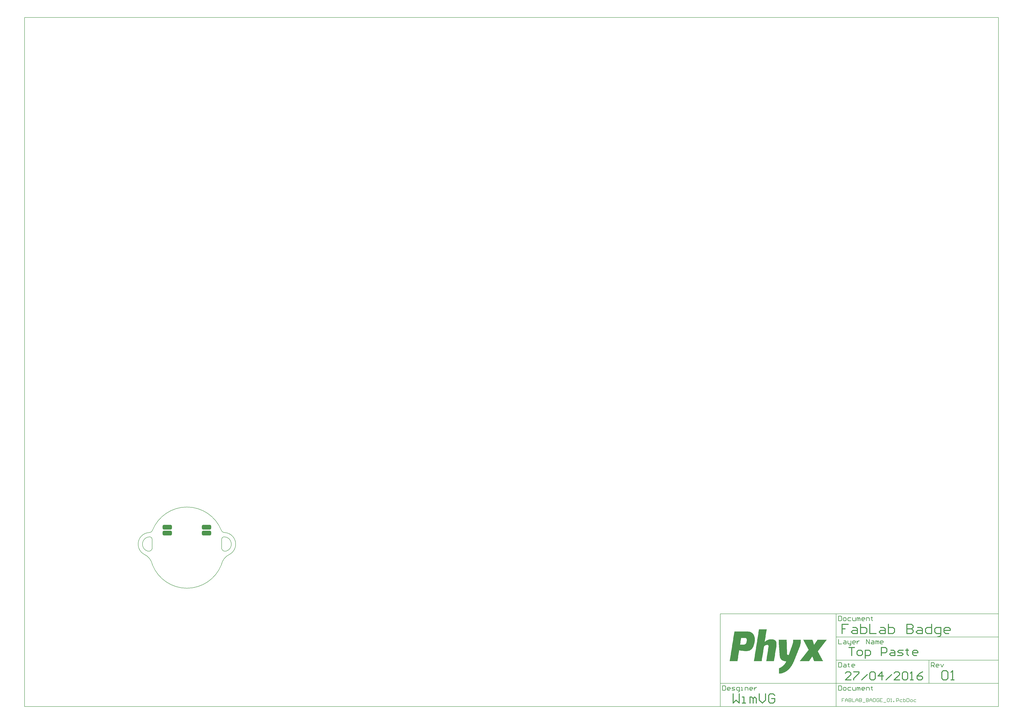
<source format=gtp>
G04 Layer_Color=8421504*
%FSLAX25Y25*%
%MOIN*%
G70*
G01*
G75*
G04:AMPARAMS|DCode=10|XSize=78.74mil|YSize=157.48mil|CornerRadius=19.69mil|HoleSize=0mil|Usage=FLASHONLY|Rotation=90.000|XOffset=0mil|YOffset=0mil|HoleType=Round|Shape=RoundedRectangle|*
%AMROUNDEDRECTD10*
21,1,0.07874,0.11811,0,0,90.0*
21,1,0.03937,0.15748,0,0,90.0*
1,1,0.03937,0.05906,0.01969*
1,1,0.03937,0.05906,-0.01969*
1,1,0.03937,-0.05906,-0.01969*
1,1,0.03937,-0.05906,0.01969*
%
%ADD10ROUNDEDRECTD10*%
%ADD12C,0.01575*%
%ADD13C,0.00787*%
%ADD14C,0.00984*%
G36*
X1042339Y-162457D02*
Y-162743D01*
Y-163030D01*
Y-163316D01*
Y-163602D01*
Y-163889D01*
Y-164175D01*
Y-164461D01*
Y-164748D01*
Y-165034D01*
Y-165320D01*
Y-165607D01*
Y-165893D01*
Y-166179D01*
Y-166466D01*
Y-166752D01*
Y-167038D01*
Y-167324D01*
Y-167611D01*
Y-167897D01*
Y-168183D01*
X1042053D01*
Y-168470D01*
Y-168756D01*
Y-169042D01*
Y-169329D01*
Y-169615D01*
X1041767D01*
Y-169901D01*
Y-170188D01*
Y-170474D01*
Y-170760D01*
X1041481D01*
Y-171047D01*
Y-171333D01*
Y-171619D01*
Y-171906D01*
X1041194D01*
Y-172192D01*
Y-172478D01*
Y-172764D01*
X1040908D01*
Y-173051D01*
Y-173337D01*
Y-173623D01*
X1040622D01*
Y-173910D01*
Y-174196D01*
Y-174482D01*
X1040335D01*
Y-174769D01*
Y-175055D01*
Y-175341D01*
X1040049D01*
Y-175628D01*
Y-175914D01*
X1039763D01*
Y-176200D01*
Y-176487D01*
X1039476D01*
Y-176773D01*
Y-177059D01*
Y-177345D01*
X1039190D01*
Y-177632D01*
Y-177918D01*
X1038904D01*
Y-178204D01*
Y-178491D01*
Y-178777D01*
X1038617D01*
Y-179063D01*
Y-179350D01*
X1038331D01*
Y-179636D01*
Y-179922D01*
Y-180209D01*
X1038045D01*
Y-180495D01*
Y-180781D01*
X1037758D01*
Y-181068D01*
Y-181354D01*
Y-181640D01*
X1037472D01*
Y-181926D01*
Y-182213D01*
X1037186D01*
Y-182499D01*
Y-182785D01*
Y-183072D01*
X1036899D01*
Y-183358D01*
Y-183644D01*
X1036613D01*
Y-183931D01*
Y-184217D01*
Y-184503D01*
X1036327D01*
Y-184790D01*
Y-185076D01*
X1036041D01*
Y-185362D01*
Y-185649D01*
Y-185935D01*
X1035754D01*
Y-186221D01*
Y-186507D01*
X1035468D01*
Y-186794D01*
Y-187080D01*
Y-187366D01*
X1035182D01*
Y-187653D01*
Y-187939D01*
X1034895D01*
Y-188225D01*
Y-188512D01*
Y-188798D01*
X1034609D01*
Y-189084D01*
Y-189371D01*
X1034323D01*
Y-189657D01*
Y-189943D01*
Y-190229D01*
X1034036D01*
Y-190516D01*
Y-190802D01*
X1033750D01*
Y-191088D01*
Y-191375D01*
Y-191661D01*
X1033464D01*
Y-191947D01*
Y-192234D01*
X1033177D01*
Y-192520D01*
Y-192806D01*
Y-193093D01*
X1032891D01*
Y-193379D01*
Y-193665D01*
X1032605D01*
Y-193952D01*
Y-194238D01*
Y-194524D01*
X1032318D01*
Y-194810D01*
Y-195097D01*
X1032032D01*
Y-195383D01*
Y-195669D01*
Y-195956D01*
X1031746D01*
Y-196242D01*
Y-196528D01*
X1031460D01*
Y-196815D01*
Y-197101D01*
Y-197387D01*
X1031173D01*
Y-197674D01*
Y-197960D01*
X1030887D01*
Y-198246D01*
Y-198533D01*
Y-198819D01*
X1030601D01*
Y-199105D01*
Y-199391D01*
X1030314D01*
Y-199678D01*
Y-199964D01*
X1030028D01*
Y-200251D01*
Y-200537D01*
X1029742D01*
Y-200823D01*
Y-201109D01*
Y-201396D01*
X1029455D01*
Y-201682D01*
X1029169D01*
Y-201968D01*
Y-202255D01*
Y-202541D01*
X1028883D01*
Y-202827D01*
X1028596D01*
Y-203114D01*
Y-203400D01*
X1028310D01*
Y-203686D01*
Y-203973D01*
X1028024D01*
Y-204259D01*
Y-204545D01*
X1027738D01*
Y-204832D01*
Y-205118D01*
X1027451D01*
Y-205404D01*
X1027165D01*
Y-205690D01*
Y-205977D01*
X1026879D01*
Y-206263D01*
Y-206549D01*
X1026592D01*
Y-206836D01*
X1026306D01*
Y-207122D01*
X1026020D01*
Y-207408D01*
Y-207695D01*
X1025733D01*
Y-207981D01*
X1025447D01*
Y-208267D01*
Y-208554D01*
X1025161D01*
Y-208840D01*
X1024874D01*
Y-209126D01*
X1024588D01*
Y-209413D01*
Y-209699D01*
X1024302D01*
Y-209985D01*
X1024015D01*
Y-210271D01*
X1023729D01*
Y-210558D01*
X1023443D01*
Y-210844D01*
X1023157D01*
Y-211130D01*
Y-211417D01*
X1022870D01*
Y-211703D01*
X1022584D01*
Y-211989D01*
X1022297D01*
Y-212276D01*
X1022011D01*
Y-212562D01*
X1021725D01*
Y-212848D01*
X1021439D01*
Y-213135D01*
X1021152D01*
Y-213421D01*
X1020580D01*
Y-213707D01*
X1020293D01*
Y-213994D01*
X1020007D01*
Y-214280D01*
X1019721D01*
Y-214566D01*
X1019434D01*
Y-214852D01*
X1018862D01*
Y-215139D01*
X1018575D01*
Y-215425D01*
X1018003D01*
Y-215711D01*
X1017717D01*
Y-215998D01*
X1017144D01*
Y-216284D01*
X1016858D01*
Y-216570D01*
X1016285D01*
Y-216857D01*
X1015712D01*
Y-217143D01*
X1015140D01*
Y-217429D01*
X1014567D01*
Y-217716D01*
X1013995D01*
Y-218002D01*
X1013136D01*
Y-218288D01*
X1012563D01*
Y-218575D01*
X1011704D01*
Y-218861D01*
X1010559D01*
Y-219147D01*
X1009414D01*
Y-219433D01*
X1007696D01*
Y-219720D01*
X1005691D01*
Y-220006D01*
X1005405D01*
Y-219720D01*
Y-219433D01*
Y-219147D01*
Y-218861D01*
Y-218575D01*
Y-218288D01*
Y-218002D01*
Y-217716D01*
Y-217429D01*
Y-217143D01*
Y-216857D01*
Y-216570D01*
Y-216284D01*
Y-215998D01*
Y-215711D01*
Y-215425D01*
Y-215139D01*
Y-214852D01*
Y-214566D01*
Y-214280D01*
Y-213994D01*
Y-213707D01*
Y-213421D01*
Y-213135D01*
Y-212848D01*
Y-212562D01*
Y-212276D01*
Y-211989D01*
Y-211703D01*
Y-211417D01*
Y-211130D01*
Y-210844D01*
Y-210558D01*
X1005978D01*
Y-210271D01*
X1006550D01*
Y-209985D01*
X1007123D01*
Y-209699D01*
X1007696D01*
Y-209413D01*
X1008268D01*
Y-209126D01*
X1008841D01*
Y-208840D01*
X1009127D01*
Y-208554D01*
X1009700D01*
Y-208267D01*
X1009986D01*
Y-207981D01*
X1010559D01*
Y-207695D01*
X1010845D01*
Y-207408D01*
X1011131D01*
Y-207122D01*
X1011704D01*
Y-206836D01*
X1011990D01*
Y-206549D01*
X1012277D01*
Y-206263D01*
X1012563D01*
Y-205977D01*
X1012849D01*
Y-205690D01*
X1013136D01*
Y-205404D01*
X1013422D01*
Y-205118D01*
X1013708D01*
Y-204832D01*
X1013995D01*
Y-204545D01*
X1014281D01*
Y-204259D01*
X1014567D01*
Y-203973D01*
X1014853D01*
Y-203686D01*
Y-203400D01*
X1015140D01*
Y-203114D01*
X1015426D01*
Y-202827D01*
X1015712D01*
Y-202541D01*
Y-202255D01*
X1015999D01*
Y-201968D01*
X1016285D01*
Y-201682D01*
Y-201396D01*
X1016571D01*
Y-201109D01*
Y-200823D01*
X1016858D01*
Y-200537D01*
X1017144D01*
Y-200251D01*
Y-199964D01*
X1017430D01*
Y-199678D01*
Y-199391D01*
X1017717D01*
Y-199105D01*
Y-198819D01*
X1015999D01*
Y-198533D01*
X1013995D01*
Y-198246D01*
X1012849D01*
Y-197960D01*
X1012277D01*
Y-197674D01*
X1011418D01*
Y-197387D01*
X1010845D01*
Y-197101D01*
X1010559D01*
Y-196815D01*
X1009986D01*
Y-196528D01*
X1009700D01*
Y-196242D01*
X1009414D01*
Y-195956D01*
X1009127D01*
Y-195669D01*
X1008841D01*
Y-195383D01*
X1008554D01*
Y-195097D01*
Y-194810D01*
X1008268D01*
Y-194524D01*
X1007982D01*
Y-194238D01*
Y-193952D01*
X1007696D01*
Y-193665D01*
Y-193379D01*
X1007409D01*
Y-193093D01*
Y-192806D01*
X1007123D01*
Y-192520D01*
Y-192234D01*
Y-191947D01*
X1006837D01*
Y-191661D01*
Y-191375D01*
Y-191088D01*
Y-190802D01*
X1006550D01*
Y-190516D01*
Y-190229D01*
Y-189943D01*
Y-189657D01*
Y-189371D01*
Y-189084D01*
Y-188798D01*
X1006264D01*
Y-188512D01*
Y-188225D01*
Y-187939D01*
Y-187653D01*
Y-187366D01*
Y-187080D01*
Y-186794D01*
Y-186507D01*
Y-186221D01*
Y-185935D01*
Y-185649D01*
Y-185362D01*
Y-185076D01*
Y-184790D01*
Y-184503D01*
X1005978D01*
Y-184217D01*
Y-183931D01*
Y-183644D01*
Y-183358D01*
Y-183072D01*
Y-182785D01*
Y-182499D01*
Y-182213D01*
Y-181926D01*
Y-181640D01*
Y-181354D01*
Y-181068D01*
Y-180781D01*
Y-180495D01*
Y-180209D01*
X1005691D01*
Y-179922D01*
Y-179636D01*
Y-179350D01*
Y-179063D01*
Y-178777D01*
Y-178491D01*
Y-178204D01*
Y-177918D01*
Y-177632D01*
Y-177345D01*
Y-177059D01*
Y-176773D01*
Y-176487D01*
Y-176200D01*
Y-175914D01*
Y-175628D01*
X1005405D01*
Y-175341D01*
Y-175055D01*
Y-174769D01*
Y-174482D01*
Y-174196D01*
Y-173910D01*
Y-173623D01*
Y-173337D01*
Y-173051D01*
Y-172764D01*
Y-172478D01*
Y-172192D01*
Y-171906D01*
Y-171619D01*
Y-171333D01*
Y-171047D01*
X1005119D01*
Y-170760D01*
Y-170474D01*
Y-170188D01*
Y-169901D01*
Y-169615D01*
Y-169329D01*
Y-169042D01*
Y-168756D01*
Y-168470D01*
Y-168183D01*
Y-167897D01*
Y-167611D01*
Y-167324D01*
Y-167038D01*
X1004832D01*
Y-166752D01*
Y-166466D01*
Y-166179D01*
Y-165893D01*
Y-165607D01*
Y-165320D01*
Y-165034D01*
Y-164748D01*
Y-164461D01*
Y-164175D01*
Y-163889D01*
Y-163602D01*
Y-163316D01*
Y-163030D01*
Y-162743D01*
Y-162457D01*
X1004546D01*
Y-162171D01*
X1018289D01*
Y-162457D01*
Y-162743D01*
Y-163030D01*
Y-163316D01*
Y-163602D01*
Y-163889D01*
Y-164175D01*
Y-164461D01*
Y-164748D01*
Y-165034D01*
Y-165320D01*
Y-165607D01*
Y-165893D01*
Y-166179D01*
X1018575D01*
Y-166466D01*
Y-166752D01*
Y-167038D01*
Y-167324D01*
Y-167611D01*
Y-167897D01*
Y-168183D01*
Y-168470D01*
Y-168756D01*
Y-169042D01*
Y-169329D01*
Y-169615D01*
Y-169901D01*
Y-170188D01*
Y-170474D01*
Y-170760D01*
Y-171047D01*
Y-171333D01*
Y-171619D01*
Y-171906D01*
Y-172192D01*
Y-172478D01*
Y-172764D01*
Y-173051D01*
Y-173337D01*
Y-173623D01*
Y-173910D01*
Y-174196D01*
Y-174482D01*
Y-174769D01*
Y-175055D01*
Y-175341D01*
Y-175628D01*
Y-175914D01*
Y-176200D01*
Y-176487D01*
Y-176773D01*
Y-177059D01*
Y-177345D01*
Y-177632D01*
Y-177918D01*
X1018862D01*
Y-178204D01*
X1018575D01*
Y-178491D01*
Y-178777D01*
X1018862D01*
Y-179063D01*
Y-179350D01*
Y-179636D01*
Y-179922D01*
Y-180209D01*
Y-180495D01*
Y-180781D01*
Y-181068D01*
Y-181354D01*
Y-181640D01*
Y-181926D01*
Y-182213D01*
Y-182499D01*
Y-182785D01*
Y-183072D01*
Y-183358D01*
Y-183644D01*
Y-183931D01*
Y-184217D01*
Y-184503D01*
Y-184790D01*
Y-185076D01*
Y-185362D01*
Y-185649D01*
Y-185935D01*
Y-186221D01*
X1019148D01*
Y-186507D01*
Y-186794D01*
Y-187080D01*
X1019434D01*
Y-187366D01*
X1019721D01*
Y-187653D01*
X1020007D01*
Y-187939D01*
X1020866D01*
Y-188225D01*
X1021725D01*
Y-187939D01*
X1022011D01*
Y-187653D01*
Y-187366D01*
Y-187080D01*
X1022297D01*
Y-186794D01*
Y-186507D01*
X1022584D01*
Y-186221D01*
Y-185935D01*
Y-185649D01*
X1022870D01*
Y-185362D01*
Y-185076D01*
Y-184790D01*
X1023157D01*
Y-184503D01*
Y-184217D01*
Y-183931D01*
X1023443D01*
Y-183644D01*
Y-183358D01*
Y-183072D01*
X1023729D01*
Y-182785D01*
Y-182499D01*
X1024015D01*
Y-182213D01*
Y-181926D01*
Y-181640D01*
X1024302D01*
Y-181354D01*
Y-181068D01*
Y-180781D01*
X1024588D01*
Y-180495D01*
Y-180209D01*
Y-179922D01*
X1024874D01*
Y-179636D01*
Y-179350D01*
X1025161D01*
Y-179063D01*
Y-178777D01*
Y-178491D01*
X1025447D01*
Y-178204D01*
Y-177918D01*
Y-177632D01*
X1025733D01*
Y-177345D01*
Y-177059D01*
Y-176773D01*
X1026020D01*
Y-176487D01*
Y-176200D01*
X1026306D01*
Y-175914D01*
Y-175628D01*
Y-175341D01*
X1026592D01*
Y-175055D01*
Y-174769D01*
Y-174482D01*
X1026879D01*
Y-174196D01*
Y-173910D01*
Y-173623D01*
X1027165D01*
Y-173337D01*
Y-173051D01*
X1027451D01*
Y-172764D01*
Y-172478D01*
Y-172192D01*
X1027738D01*
Y-171906D01*
Y-171619D01*
Y-171333D01*
X1028024D01*
Y-171047D01*
Y-170760D01*
Y-170474D01*
X1028310D01*
Y-170188D01*
Y-169901D01*
Y-169615D01*
Y-169329D01*
X1028596D01*
Y-169042D01*
Y-168756D01*
Y-168470D01*
Y-168183D01*
X1028883D01*
Y-167897D01*
Y-167611D01*
Y-167324D01*
Y-167038D01*
Y-166752D01*
X1029169D01*
Y-166466D01*
Y-166179D01*
Y-165893D01*
Y-165607D01*
Y-165320D01*
Y-165034D01*
X1029455D01*
Y-164748D01*
Y-164461D01*
Y-164175D01*
Y-163889D01*
Y-163602D01*
Y-163316D01*
Y-163030D01*
Y-162743D01*
Y-162457D01*
Y-162171D01*
X1042339D01*
Y-162457D01*
D02*
G37*
G36*
X984504Y-144992D02*
Y-145278D01*
X984218D01*
Y-145565D01*
Y-145851D01*
Y-146137D01*
Y-146424D01*
Y-146710D01*
Y-146996D01*
X983932D01*
Y-147283D01*
Y-147569D01*
Y-147855D01*
Y-148142D01*
Y-148428D01*
Y-148714D01*
X983645D01*
Y-149001D01*
Y-149287D01*
Y-149573D01*
Y-149859D01*
Y-150146D01*
Y-150432D01*
Y-150718D01*
X983359D01*
Y-151005D01*
Y-151291D01*
Y-151577D01*
Y-151864D01*
Y-152150D01*
Y-152436D01*
X983073D01*
Y-152723D01*
Y-153009D01*
Y-153295D01*
Y-153582D01*
Y-153868D01*
Y-154154D01*
X982786D01*
Y-154440D01*
Y-154727D01*
Y-155013D01*
Y-155299D01*
Y-155586D01*
Y-155872D01*
Y-156158D01*
X982500D01*
Y-156445D01*
Y-156731D01*
Y-157017D01*
Y-157304D01*
Y-157590D01*
Y-157876D01*
X982214D01*
Y-158162D01*
Y-158449D01*
Y-158735D01*
Y-159021D01*
Y-159308D01*
Y-159594D01*
X981927D01*
Y-159880D01*
Y-160167D01*
Y-160453D01*
Y-160739D01*
Y-161026D01*
Y-161312D01*
X981641D01*
Y-161598D01*
Y-161884D01*
Y-162171D01*
Y-162457D01*
Y-162743D01*
Y-163030D01*
Y-163316D01*
X981355D01*
Y-163602D01*
Y-163889D01*
Y-164175D01*
Y-164461D01*
Y-164748D01*
Y-165034D01*
X981069D01*
Y-165320D01*
Y-165607D01*
X981641D01*
Y-165320D01*
X981927D01*
Y-165034D01*
X982214D01*
Y-164748D01*
X982786D01*
Y-164461D01*
X983073D01*
Y-164175D01*
X983359D01*
Y-163889D01*
X983932D01*
Y-163602D01*
X984504D01*
Y-163316D01*
X984791D01*
Y-163030D01*
X985363D01*
Y-162743D01*
X986222D01*
Y-162457D01*
X986795D01*
Y-162171D01*
X987654D01*
Y-161884D01*
X989085D01*
Y-161598D01*
X995384D01*
Y-161884D01*
X996529D01*
Y-162171D01*
X997388D01*
Y-162457D01*
X997961D01*
Y-162743D01*
X998247D01*
Y-163030D01*
X998820D01*
Y-163316D01*
X999106D01*
Y-163602D01*
X999393D01*
Y-163889D01*
X999679D01*
Y-164175D01*
X999965D01*
Y-164461D01*
Y-164748D01*
X1000251D01*
Y-165034D01*
Y-165320D01*
X1000538D01*
Y-165607D01*
Y-165893D01*
Y-166179D01*
X1000824D01*
Y-166466D01*
Y-166752D01*
Y-167038D01*
Y-167324D01*
X1001110D01*
Y-167611D01*
Y-167897D01*
Y-168183D01*
Y-168470D01*
Y-168756D01*
Y-169042D01*
Y-169329D01*
Y-169615D01*
Y-169901D01*
Y-170188D01*
Y-170474D01*
Y-170760D01*
Y-171047D01*
Y-171333D01*
Y-171619D01*
Y-171906D01*
Y-172192D01*
Y-172478D01*
X1000824D01*
Y-172764D01*
Y-173051D01*
Y-173337D01*
Y-173623D01*
Y-173910D01*
Y-174196D01*
Y-174482D01*
X1000538D01*
Y-174769D01*
Y-175055D01*
Y-175341D01*
Y-175628D01*
Y-175914D01*
Y-176200D01*
Y-176487D01*
X1000251D01*
Y-176773D01*
Y-177059D01*
Y-177345D01*
Y-177632D01*
Y-177918D01*
Y-178204D01*
X999965D01*
Y-178491D01*
Y-178777D01*
Y-179063D01*
Y-179350D01*
Y-179636D01*
Y-179922D01*
X999679D01*
Y-180209D01*
Y-180495D01*
Y-180781D01*
Y-181068D01*
Y-181354D01*
Y-181640D01*
X999393D01*
Y-181926D01*
Y-182213D01*
Y-182499D01*
Y-182785D01*
Y-183072D01*
Y-183358D01*
Y-183644D01*
X999106D01*
Y-183931D01*
Y-184217D01*
Y-184503D01*
Y-184790D01*
Y-185076D01*
Y-185362D01*
X998820D01*
Y-185649D01*
Y-185935D01*
Y-186221D01*
Y-186507D01*
Y-186794D01*
Y-187080D01*
X998534D01*
Y-187366D01*
Y-187653D01*
Y-187939D01*
Y-188225D01*
Y-188512D01*
Y-188798D01*
Y-189084D01*
X998247D01*
Y-189371D01*
Y-189657D01*
Y-189943D01*
Y-190229D01*
Y-190516D01*
Y-190802D01*
X997961D01*
Y-191088D01*
Y-191375D01*
Y-191661D01*
Y-191947D01*
Y-192234D01*
Y-192520D01*
X997675D01*
Y-192806D01*
Y-193093D01*
Y-193379D01*
Y-193665D01*
Y-193952D01*
Y-194238D01*
X997388D01*
Y-194524D01*
Y-194810D01*
Y-195097D01*
Y-195383D01*
Y-195669D01*
Y-195956D01*
Y-196242D01*
X997102D01*
Y-196528D01*
Y-196815D01*
Y-197101D01*
Y-197387D01*
Y-197674D01*
Y-197960D01*
X996816D01*
Y-198246D01*
Y-198533D01*
X983645D01*
Y-198246D01*
Y-197960D01*
X983932D01*
Y-197674D01*
Y-197387D01*
Y-197101D01*
Y-196815D01*
Y-196528D01*
Y-196242D01*
X984218D01*
Y-195956D01*
Y-195669D01*
Y-195383D01*
Y-195097D01*
Y-194810D01*
Y-194524D01*
Y-194238D01*
X984504D01*
Y-193952D01*
Y-193665D01*
Y-193379D01*
Y-193093D01*
Y-192806D01*
Y-192520D01*
X984791D01*
Y-192234D01*
Y-191947D01*
Y-191661D01*
Y-191375D01*
Y-191088D01*
Y-190802D01*
X985077D01*
Y-190516D01*
Y-190229D01*
Y-189943D01*
Y-189657D01*
Y-189371D01*
Y-189084D01*
Y-188798D01*
X985363D01*
Y-188512D01*
Y-188225D01*
Y-187939D01*
Y-187653D01*
Y-187366D01*
Y-187080D01*
X985649D01*
Y-186794D01*
Y-186507D01*
Y-186221D01*
Y-185935D01*
Y-185649D01*
Y-185362D01*
Y-185076D01*
X985936D01*
Y-184790D01*
Y-184503D01*
Y-184217D01*
Y-183931D01*
Y-183644D01*
Y-183358D01*
X986222D01*
Y-183072D01*
Y-182785D01*
Y-182499D01*
Y-182213D01*
Y-181926D01*
Y-181640D01*
X986508D01*
Y-181354D01*
Y-181068D01*
Y-180781D01*
Y-180495D01*
Y-180209D01*
Y-179922D01*
X986795D01*
Y-179636D01*
Y-179350D01*
Y-179063D01*
Y-178777D01*
Y-178491D01*
Y-178204D01*
Y-177918D01*
X987081D01*
Y-177632D01*
Y-177345D01*
Y-177059D01*
Y-176773D01*
Y-176487D01*
Y-176200D01*
X987367D01*
Y-175914D01*
Y-175628D01*
Y-175341D01*
Y-175055D01*
Y-174769D01*
Y-174482D01*
Y-174196D01*
X987654D01*
Y-173910D01*
Y-173623D01*
Y-173337D01*
Y-173051D01*
Y-172764D01*
Y-172478D01*
X987367D01*
Y-172192D01*
Y-171906D01*
X987081D01*
Y-171619D01*
X986795D01*
Y-171333D01*
X986222D01*
Y-171047D01*
X984504D01*
Y-171333D01*
X983073D01*
Y-171619D01*
X982214D01*
Y-171906D01*
X981641D01*
Y-172192D01*
X981355D01*
Y-172478D01*
X980782D01*
Y-172764D01*
X980496D01*
Y-173051D01*
X980210D01*
Y-173337D01*
Y-173623D01*
X979923D01*
Y-173910D01*
Y-174196D01*
Y-174482D01*
X979637D01*
Y-174769D01*
Y-175055D01*
Y-175341D01*
Y-175628D01*
Y-175914D01*
Y-176200D01*
X979351D01*
Y-176487D01*
Y-176773D01*
Y-177059D01*
Y-177345D01*
Y-177632D01*
Y-177918D01*
Y-178204D01*
X979064D01*
Y-178491D01*
Y-178777D01*
Y-179063D01*
Y-179350D01*
Y-179636D01*
Y-179922D01*
X978778D01*
Y-180209D01*
Y-180495D01*
Y-180781D01*
Y-181068D01*
Y-181354D01*
Y-181640D01*
X978492D01*
Y-181926D01*
Y-182213D01*
Y-182499D01*
Y-182785D01*
Y-183072D01*
Y-183358D01*
X978205D01*
Y-183644D01*
Y-183931D01*
Y-184217D01*
Y-184503D01*
Y-184790D01*
Y-185076D01*
Y-185362D01*
X977919D01*
Y-185649D01*
Y-185935D01*
Y-186221D01*
Y-186507D01*
Y-186794D01*
Y-187080D01*
X977633D01*
Y-187366D01*
Y-187653D01*
Y-187939D01*
Y-188225D01*
Y-188512D01*
Y-188798D01*
X977346D01*
Y-189084D01*
Y-189371D01*
Y-189657D01*
Y-189943D01*
Y-190229D01*
Y-190516D01*
Y-190802D01*
X977060D01*
Y-191088D01*
Y-191375D01*
Y-191661D01*
Y-191947D01*
Y-192234D01*
Y-192520D01*
X976774D01*
Y-192806D01*
Y-193093D01*
Y-193379D01*
Y-193665D01*
Y-193952D01*
Y-194238D01*
X976488D01*
Y-194524D01*
Y-194810D01*
Y-195097D01*
Y-195383D01*
Y-195669D01*
Y-195956D01*
X976201D01*
Y-196242D01*
Y-196528D01*
Y-196815D01*
Y-197101D01*
Y-197387D01*
Y-197674D01*
Y-197960D01*
X975915D01*
Y-198246D01*
Y-198533D01*
X962745D01*
Y-198246D01*
Y-197960D01*
X963031D01*
Y-197674D01*
Y-197387D01*
Y-197101D01*
Y-196815D01*
Y-196528D01*
Y-196242D01*
Y-195956D01*
X963317D01*
Y-195669D01*
Y-195383D01*
Y-195097D01*
Y-194810D01*
Y-194524D01*
Y-194238D01*
X963603D01*
Y-193952D01*
Y-193665D01*
Y-193379D01*
Y-193093D01*
Y-192806D01*
Y-192520D01*
X963890D01*
Y-192234D01*
Y-191947D01*
Y-191661D01*
Y-191375D01*
Y-191088D01*
Y-190802D01*
Y-190516D01*
X964176D01*
Y-190229D01*
Y-189943D01*
Y-189657D01*
Y-189371D01*
Y-189084D01*
Y-188798D01*
X964462D01*
Y-188512D01*
Y-188225D01*
Y-187939D01*
Y-187653D01*
Y-187366D01*
Y-187080D01*
X964749D01*
Y-186794D01*
Y-186507D01*
Y-186221D01*
Y-185935D01*
Y-185649D01*
Y-185362D01*
X965035D01*
Y-185076D01*
Y-184790D01*
Y-184503D01*
Y-184217D01*
Y-183931D01*
Y-183644D01*
Y-183358D01*
X965321D01*
Y-183072D01*
Y-182785D01*
Y-182499D01*
Y-182213D01*
Y-181926D01*
Y-181640D01*
X965608D01*
Y-181354D01*
Y-181068D01*
Y-180781D01*
Y-180495D01*
Y-180209D01*
Y-179922D01*
X965894D01*
Y-179636D01*
Y-179350D01*
Y-179063D01*
Y-178777D01*
Y-178491D01*
Y-178204D01*
Y-177918D01*
X966180D01*
Y-177632D01*
Y-177345D01*
Y-177059D01*
Y-176773D01*
Y-176487D01*
Y-176200D01*
X966467D01*
Y-175914D01*
Y-175628D01*
Y-175341D01*
Y-175055D01*
Y-174769D01*
Y-174482D01*
X966753D01*
Y-174196D01*
Y-173910D01*
Y-173623D01*
Y-173337D01*
Y-173051D01*
Y-172764D01*
X967039D01*
Y-172478D01*
Y-172192D01*
Y-171906D01*
Y-171619D01*
Y-171333D01*
Y-171047D01*
Y-170760D01*
X967325D01*
Y-170474D01*
Y-170188D01*
Y-169901D01*
Y-169615D01*
Y-169329D01*
Y-169042D01*
X967612D01*
Y-168756D01*
Y-168470D01*
Y-168183D01*
Y-167897D01*
Y-167611D01*
Y-167324D01*
X967898D01*
Y-167038D01*
Y-166752D01*
Y-166466D01*
Y-166179D01*
Y-165893D01*
Y-165607D01*
X968184D01*
Y-165320D01*
Y-165034D01*
Y-164748D01*
Y-164461D01*
Y-164175D01*
Y-163889D01*
Y-163602D01*
X968471D01*
Y-163316D01*
Y-163030D01*
Y-162743D01*
Y-162457D01*
Y-162171D01*
Y-161884D01*
X968757D01*
Y-161598D01*
Y-161312D01*
Y-161026D01*
Y-160739D01*
Y-160453D01*
Y-160167D01*
X969043D01*
Y-159880D01*
Y-159594D01*
Y-159308D01*
Y-159021D01*
Y-158735D01*
Y-158449D01*
Y-158162D01*
X969330D01*
Y-157876D01*
Y-157590D01*
Y-157304D01*
Y-157017D01*
Y-156731D01*
Y-156445D01*
X969616D01*
Y-156158D01*
Y-155872D01*
Y-155586D01*
Y-155299D01*
Y-155013D01*
Y-154727D01*
X969902D01*
Y-154440D01*
Y-154154D01*
Y-153868D01*
Y-153582D01*
Y-153295D01*
Y-153009D01*
X970189D01*
Y-152723D01*
Y-152436D01*
Y-152150D01*
Y-151864D01*
Y-151577D01*
Y-151291D01*
Y-151005D01*
X970475D01*
Y-150718D01*
Y-150432D01*
Y-150146D01*
Y-149859D01*
Y-149573D01*
Y-149287D01*
X970761D01*
Y-149001D01*
Y-148714D01*
Y-148428D01*
Y-148142D01*
Y-147855D01*
Y-147569D01*
X971047D01*
Y-147283D01*
Y-146996D01*
Y-146710D01*
Y-146424D01*
Y-146137D01*
Y-145851D01*
Y-145565D01*
X971334D01*
Y-145278D01*
Y-144992D01*
Y-144706D01*
X984504D01*
Y-144992D01*
D02*
G37*
G36*
X953296Y-148428D02*
X955014D01*
Y-148714D01*
X955873D01*
Y-149001D01*
X956732D01*
Y-149287D01*
X957591D01*
Y-149573D01*
X958164D01*
Y-149859D01*
X958450D01*
Y-150146D01*
X959022D01*
Y-150432D01*
X959309D01*
Y-150718D01*
X959881D01*
Y-151005D01*
X960168D01*
Y-151291D01*
X960454D01*
Y-151577D01*
X960740D01*
Y-151864D01*
X961027D01*
Y-152150D01*
X961313D01*
Y-152436D01*
X961599D01*
Y-152723D01*
Y-153009D01*
X961886D01*
Y-153295D01*
X962172D01*
Y-153582D01*
Y-153868D01*
X962458D01*
Y-154154D01*
X962745D01*
Y-154440D01*
Y-154727D01*
X963031D01*
Y-155013D01*
Y-155299D01*
Y-155586D01*
X963317D01*
Y-155872D01*
Y-156158D01*
Y-156445D01*
X963603D01*
Y-156731D01*
Y-157017D01*
Y-157304D01*
Y-157590D01*
X963890D01*
Y-157876D01*
Y-158162D01*
Y-158449D01*
Y-158735D01*
Y-159021D01*
X964176D01*
Y-159308D01*
Y-159594D01*
Y-159880D01*
Y-160167D01*
Y-160453D01*
Y-160739D01*
Y-161026D01*
Y-161312D01*
Y-161598D01*
Y-161884D01*
Y-162171D01*
Y-162457D01*
Y-162743D01*
Y-163030D01*
Y-163316D01*
Y-163602D01*
Y-163889D01*
Y-164175D01*
Y-164461D01*
Y-164748D01*
X963890D01*
Y-165034D01*
Y-165320D01*
Y-165607D01*
Y-165893D01*
Y-166179D01*
Y-166466D01*
Y-166752D01*
X963603D01*
Y-167038D01*
Y-167324D01*
Y-167611D01*
Y-167897D01*
Y-168183D01*
X963317D01*
Y-168470D01*
Y-168756D01*
Y-169042D01*
Y-169329D01*
Y-169615D01*
X963031D01*
Y-169901D01*
Y-170188D01*
Y-170474D01*
X962745D01*
Y-170760D01*
Y-171047D01*
Y-171333D01*
Y-171619D01*
X962458D01*
Y-171906D01*
Y-172192D01*
Y-172478D01*
X962172D01*
Y-172764D01*
Y-173051D01*
X961886D01*
Y-173337D01*
Y-173623D01*
Y-173910D01*
X961599D01*
Y-174196D01*
Y-174482D01*
X961313D01*
Y-174769D01*
Y-175055D01*
X961027D01*
Y-175341D01*
Y-175628D01*
X960740D01*
Y-175914D01*
X960454D01*
Y-176200D01*
Y-176487D01*
X960168D01*
Y-176773D01*
X959881D01*
Y-177059D01*
X959595D01*
Y-177345D01*
Y-177632D01*
X959309D01*
Y-177918D01*
X959022D01*
Y-178204D01*
X958736D01*
Y-178491D01*
X958450D01*
Y-178777D01*
X958164D01*
Y-179063D01*
X957591D01*
Y-179350D01*
X957304D01*
Y-179636D01*
X956732D01*
Y-179922D01*
X956446D01*
Y-180209D01*
X955873D01*
Y-180495D01*
X955014D01*
Y-180781D01*
X954155D01*
Y-181068D01*
X953296D01*
Y-181354D01*
X951578D01*
Y-181640D01*
X946425D01*
Y-181354D01*
X943848D01*
Y-181068D01*
X941844D01*
Y-180781D01*
X940412D01*
Y-180495D01*
X938980D01*
Y-180209D01*
X937549D01*
Y-180495D01*
Y-180781D01*
Y-181068D01*
Y-181354D01*
Y-181640D01*
Y-181926D01*
Y-182213D01*
X937263D01*
Y-182499D01*
Y-182785D01*
Y-183072D01*
Y-183358D01*
Y-183644D01*
Y-183931D01*
X936976D01*
Y-184217D01*
Y-184503D01*
Y-184790D01*
Y-185076D01*
Y-185362D01*
Y-185649D01*
X936690D01*
Y-185935D01*
Y-186221D01*
Y-186507D01*
Y-186794D01*
Y-187080D01*
Y-187366D01*
Y-187653D01*
X936404D01*
Y-187939D01*
Y-188225D01*
Y-188512D01*
Y-188798D01*
Y-189084D01*
Y-189371D01*
X936117D01*
Y-189657D01*
Y-189943D01*
Y-190229D01*
Y-190516D01*
Y-190802D01*
Y-191088D01*
X935831D01*
Y-191375D01*
Y-191661D01*
Y-191947D01*
Y-192234D01*
Y-192520D01*
Y-192806D01*
Y-193093D01*
X935545D01*
Y-193379D01*
Y-193665D01*
Y-193952D01*
Y-194238D01*
Y-194524D01*
Y-194810D01*
X935258D01*
Y-195097D01*
Y-195383D01*
Y-195669D01*
Y-195956D01*
Y-196242D01*
Y-196528D01*
X934972D01*
Y-196815D01*
Y-197101D01*
Y-197387D01*
Y-197674D01*
Y-197960D01*
Y-198246D01*
Y-198533D01*
X921515D01*
Y-198246D01*
X921802D01*
Y-197960D01*
Y-197674D01*
Y-197387D01*
Y-197101D01*
Y-196815D01*
X922088D01*
Y-196528D01*
Y-196242D01*
Y-195956D01*
Y-195669D01*
Y-195383D01*
Y-195097D01*
Y-194810D01*
X922374D01*
Y-194524D01*
Y-194238D01*
Y-193952D01*
Y-193665D01*
Y-193379D01*
Y-193093D01*
X922661D01*
Y-192806D01*
Y-192520D01*
Y-192234D01*
Y-191947D01*
Y-191661D01*
Y-191375D01*
X922947D01*
Y-191088D01*
Y-190802D01*
Y-190516D01*
Y-190229D01*
Y-189943D01*
Y-189657D01*
Y-189371D01*
X923233D01*
Y-189084D01*
Y-188798D01*
Y-188512D01*
Y-188225D01*
Y-187939D01*
Y-187653D01*
X923520D01*
Y-187366D01*
Y-187080D01*
Y-186794D01*
Y-186507D01*
Y-186221D01*
Y-185935D01*
X923806D01*
Y-185649D01*
Y-185362D01*
Y-185076D01*
Y-184790D01*
Y-184503D01*
Y-184217D01*
X924092D01*
Y-183931D01*
Y-183644D01*
Y-183358D01*
Y-183072D01*
Y-182785D01*
Y-182499D01*
Y-182213D01*
X924378D01*
Y-181926D01*
Y-181640D01*
Y-181354D01*
Y-181068D01*
Y-180781D01*
Y-180495D01*
X924665D01*
Y-180209D01*
Y-179922D01*
Y-179636D01*
Y-179350D01*
Y-179063D01*
Y-178777D01*
X924951D01*
Y-178491D01*
Y-178204D01*
Y-177918D01*
Y-177632D01*
Y-177345D01*
Y-177059D01*
X925237D01*
Y-176773D01*
Y-176487D01*
Y-176200D01*
Y-175914D01*
Y-175628D01*
Y-175341D01*
Y-175055D01*
X925524D01*
Y-174769D01*
Y-174482D01*
Y-174196D01*
Y-173910D01*
Y-173623D01*
Y-173337D01*
X925810D01*
Y-173051D01*
Y-172764D01*
Y-172478D01*
Y-172192D01*
Y-171906D01*
Y-171619D01*
X926096D01*
Y-171333D01*
Y-171047D01*
Y-170760D01*
Y-170474D01*
Y-170188D01*
Y-169901D01*
Y-169615D01*
X926383D01*
Y-169329D01*
Y-169042D01*
Y-168756D01*
Y-168470D01*
Y-168183D01*
Y-167897D01*
X926669D01*
Y-167611D01*
Y-167324D01*
Y-167038D01*
Y-166752D01*
Y-166466D01*
Y-166179D01*
X926955D01*
Y-165893D01*
Y-165607D01*
Y-165320D01*
Y-165034D01*
Y-164748D01*
Y-164461D01*
X927242D01*
Y-164175D01*
Y-163889D01*
Y-163602D01*
Y-163316D01*
Y-163030D01*
Y-162743D01*
Y-162457D01*
X927528D01*
Y-162171D01*
Y-161884D01*
Y-161598D01*
Y-161312D01*
Y-161026D01*
Y-160739D01*
X927814D01*
Y-160453D01*
Y-160167D01*
Y-159880D01*
Y-159594D01*
Y-159308D01*
Y-159021D01*
X928101D01*
Y-158735D01*
Y-158449D01*
Y-158162D01*
Y-157876D01*
Y-157590D01*
Y-157304D01*
Y-157017D01*
X928387D01*
Y-156731D01*
Y-156445D01*
Y-156158D01*
Y-155872D01*
Y-155586D01*
Y-155299D01*
X928673D01*
Y-155013D01*
Y-154727D01*
Y-154440D01*
Y-154154D01*
Y-153868D01*
Y-153582D01*
X928959D01*
Y-153295D01*
Y-153009D01*
Y-152723D01*
Y-152436D01*
Y-152150D01*
Y-151864D01*
Y-151577D01*
X929246D01*
Y-151291D01*
Y-151005D01*
Y-150718D01*
Y-150432D01*
Y-150146D01*
Y-149859D01*
X929532D01*
Y-149573D01*
Y-149287D01*
Y-149001D01*
Y-148714D01*
Y-148428D01*
Y-148142D01*
X953296D01*
Y-148428D01*
D02*
G37*
G36*
X1086432Y-162457D02*
X1086145D01*
Y-162743D01*
X1085859D01*
Y-163030D01*
Y-163316D01*
X1085573D01*
Y-163602D01*
X1085286D01*
Y-163889D01*
X1085000D01*
Y-164175D01*
Y-164461D01*
X1084714D01*
Y-164748D01*
X1084427D01*
Y-165034D01*
X1084141D01*
Y-165320D01*
X1083855D01*
Y-165607D01*
Y-165893D01*
X1083568D01*
Y-166179D01*
X1083282D01*
Y-166466D01*
X1082996D01*
Y-166752D01*
Y-167038D01*
X1082710D01*
Y-167324D01*
X1082423D01*
Y-167611D01*
X1082137D01*
Y-167897D01*
X1081851D01*
Y-168183D01*
Y-168470D01*
X1081564D01*
Y-168756D01*
X1081278D01*
Y-169042D01*
X1080992D01*
Y-169329D01*
Y-169615D01*
X1080705D01*
Y-169901D01*
X1080419D01*
Y-170188D01*
X1080133D01*
Y-170474D01*
Y-170760D01*
X1079846D01*
Y-171047D01*
X1079560D01*
Y-171333D01*
X1079274D01*
Y-171619D01*
X1078988D01*
Y-171906D01*
Y-172192D01*
X1078701D01*
Y-172478D01*
X1078415D01*
Y-172764D01*
X1078129D01*
Y-173051D01*
Y-173337D01*
X1077842D01*
Y-173623D01*
X1077556D01*
Y-173910D01*
X1077270D01*
Y-174196D01*
Y-174482D01*
X1076983D01*
Y-174769D01*
X1076697D01*
Y-175055D01*
X1076411D01*
Y-175341D01*
X1076124D01*
Y-175628D01*
Y-175914D01*
X1075838D01*
Y-176200D01*
X1075552D01*
Y-176487D01*
X1075265D01*
Y-176773D01*
Y-177059D01*
X1074979D01*
Y-177345D01*
X1074693D01*
Y-177632D01*
X1074407D01*
Y-177918D01*
Y-178204D01*
X1074120D01*
Y-178491D01*
X1073834D01*
Y-178777D01*
X1073547D01*
Y-179063D01*
X1073261D01*
Y-179350D01*
Y-179636D01*
X1072975D01*
Y-179922D01*
X1072689D01*
Y-180209D01*
X1072402D01*
Y-180495D01*
Y-180781D01*
X1072116D01*
Y-181068D01*
X1071830D01*
Y-181354D01*
X1071543D01*
Y-181640D01*
X1071257D01*
Y-181926D01*
Y-182213D01*
X1071543D01*
Y-182499D01*
Y-182785D01*
X1071830D01*
Y-183072D01*
Y-183358D01*
X1072116D01*
Y-183644D01*
X1072402D01*
Y-183931D01*
Y-184217D01*
X1072689D01*
Y-184503D01*
Y-184790D01*
X1072975D01*
Y-185076D01*
Y-185362D01*
X1073261D01*
Y-185649D01*
Y-185935D01*
X1073547D01*
Y-186221D01*
Y-186507D01*
X1073834D01*
Y-186794D01*
Y-187080D01*
X1074120D01*
Y-187366D01*
Y-187653D01*
X1074407D01*
Y-187939D01*
Y-188225D01*
X1074693D01*
Y-188512D01*
X1074979D01*
Y-188798D01*
Y-189084D01*
X1075265D01*
Y-189371D01*
Y-189657D01*
X1075552D01*
Y-189943D01*
Y-190229D01*
X1075838D01*
Y-190516D01*
Y-190802D01*
X1076124D01*
Y-191088D01*
Y-191375D01*
X1076411D01*
Y-191661D01*
Y-191947D01*
X1076697D01*
Y-192234D01*
Y-192520D01*
X1076983D01*
Y-192806D01*
X1077270D01*
Y-193093D01*
Y-193379D01*
X1077556D01*
Y-193665D01*
Y-193952D01*
X1077842D01*
Y-194238D01*
Y-194524D01*
X1078129D01*
Y-194810D01*
Y-195097D01*
X1078415D01*
Y-195383D01*
Y-195669D01*
X1078701D01*
Y-195956D01*
Y-196242D01*
X1078988D01*
Y-196528D01*
Y-196815D01*
X1079274D01*
Y-197101D01*
X1079560D01*
Y-197387D01*
Y-197674D01*
X1079846D01*
Y-197960D01*
Y-198246D01*
X1080133D01*
Y-198533D01*
X1064958D01*
Y-198246D01*
X1064672D01*
Y-197960D01*
Y-197674D01*
Y-197387D01*
X1064386D01*
Y-197101D01*
Y-196815D01*
Y-196528D01*
X1064099D01*
Y-196242D01*
Y-195956D01*
X1063813D01*
Y-195669D01*
Y-195383D01*
Y-195097D01*
X1063527D01*
Y-194810D01*
Y-194524D01*
Y-194238D01*
X1063240D01*
Y-193952D01*
Y-193665D01*
X1062954D01*
Y-193379D01*
Y-193093D01*
Y-192806D01*
X1062668D01*
Y-192520D01*
Y-192234D01*
Y-191947D01*
X1062381D01*
Y-191661D01*
Y-191375D01*
Y-191088D01*
X1062095D01*
Y-190802D01*
X1061522D01*
Y-191088D01*
Y-191375D01*
X1061236D01*
Y-191661D01*
X1060950D01*
Y-191947D01*
Y-192234D01*
X1060664D01*
Y-192520D01*
X1060377D01*
Y-192806D01*
Y-193093D01*
X1060091D01*
Y-193379D01*
X1059805D01*
Y-193665D01*
Y-193952D01*
X1059518D01*
Y-194238D01*
X1059232D01*
Y-194524D01*
X1058946D01*
Y-194810D01*
Y-195097D01*
X1058659D01*
Y-195383D01*
X1058373D01*
Y-195669D01*
Y-195956D01*
X1058087D01*
Y-196242D01*
X1057800D01*
Y-196528D01*
Y-196815D01*
X1057514D01*
Y-197101D01*
X1057228D01*
Y-197387D01*
Y-197674D01*
X1056941D01*
Y-197960D01*
X1056655D01*
Y-198246D01*
Y-198533D01*
X1040622D01*
Y-198246D01*
X1040908D01*
Y-197960D01*
X1041194D01*
Y-197674D01*
X1041481D01*
Y-197387D01*
X1041767D01*
Y-197101D01*
Y-196815D01*
X1042053D01*
Y-196528D01*
X1042339D01*
Y-196242D01*
X1042626D01*
Y-195956D01*
X1042912D01*
Y-195669D01*
Y-195383D01*
X1043198D01*
Y-195097D01*
X1043485D01*
Y-194810D01*
X1043771D01*
Y-194524D01*
Y-194238D01*
X1044057D01*
Y-193952D01*
X1044344D01*
Y-193665D01*
X1044630D01*
Y-193379D01*
X1044916D01*
Y-193093D01*
Y-192806D01*
X1045203D01*
Y-192520D01*
X1045489D01*
Y-192234D01*
X1045775D01*
Y-191947D01*
X1046062D01*
Y-191661D01*
Y-191375D01*
X1046348D01*
Y-191088D01*
X1046634D01*
Y-190802D01*
X1046920D01*
Y-190516D01*
Y-190229D01*
X1047207D01*
Y-189943D01*
X1047493D01*
Y-189657D01*
X1047779D01*
Y-189371D01*
X1048066D01*
Y-189084D01*
Y-188798D01*
X1048352D01*
Y-188512D01*
X1048638D01*
Y-188225D01*
X1048925D01*
Y-187939D01*
Y-187653D01*
X1049211D01*
Y-187366D01*
X1049497D01*
Y-187080D01*
X1049784D01*
Y-186794D01*
X1050070D01*
Y-186507D01*
Y-186221D01*
X1050356D01*
Y-185935D01*
X1050642D01*
Y-185649D01*
X1050929D01*
Y-185362D01*
Y-185076D01*
X1051215D01*
Y-184790D01*
X1051501D01*
Y-184503D01*
X1051788D01*
Y-184217D01*
X1052074D01*
Y-183931D01*
Y-183644D01*
X1052360D01*
Y-183358D01*
X1052647D01*
Y-183072D01*
X1052933D01*
Y-182785D01*
X1053219D01*
Y-182499D01*
Y-182213D01*
X1053506D01*
Y-181926D01*
X1053792D01*
Y-181640D01*
X1054078D01*
Y-181354D01*
Y-181068D01*
X1054365D01*
Y-180781D01*
X1054651D01*
Y-180495D01*
X1054937D01*
Y-180209D01*
X1055223D01*
Y-179922D01*
Y-179636D01*
X1055510D01*
Y-179350D01*
Y-179063D01*
Y-178777D01*
X1055223D01*
Y-178491D01*
X1054937D01*
Y-178204D01*
Y-177918D01*
X1054651D01*
Y-177632D01*
Y-177345D01*
X1054365D01*
Y-177059D01*
Y-176773D01*
X1054078D01*
Y-176487D01*
Y-176200D01*
X1053792D01*
Y-175914D01*
Y-175628D01*
X1053506D01*
Y-175341D01*
Y-175055D01*
X1053219D01*
Y-174769D01*
X1052933D01*
Y-174482D01*
Y-174196D01*
X1052647D01*
Y-173910D01*
Y-173623D01*
X1052360D01*
Y-173337D01*
Y-173051D01*
X1052074D01*
Y-172764D01*
Y-172478D01*
X1051788D01*
Y-172192D01*
Y-171906D01*
X1051501D01*
Y-171619D01*
Y-171333D01*
X1051215D01*
Y-171047D01*
X1050929D01*
Y-170760D01*
Y-170474D01*
X1050642D01*
Y-170188D01*
Y-169901D01*
X1050356D01*
Y-169615D01*
Y-169329D01*
X1050070D01*
Y-169042D01*
Y-168756D01*
X1049784D01*
Y-168470D01*
Y-168183D01*
X1049497D01*
Y-167897D01*
Y-167611D01*
X1049211D01*
Y-167324D01*
Y-167038D01*
X1048925D01*
Y-166752D01*
X1048638D01*
Y-166466D01*
Y-166179D01*
X1048352D01*
Y-165893D01*
Y-165607D01*
X1048066D01*
Y-165320D01*
Y-165034D01*
X1047779D01*
Y-164748D01*
Y-164461D01*
X1047493D01*
Y-164175D01*
Y-163889D01*
X1047207D01*
Y-163602D01*
Y-163316D01*
X1046920D01*
Y-163030D01*
X1046634D01*
Y-162743D01*
Y-162457D01*
X1046348D01*
Y-162171D01*
X1062095D01*
Y-162457D01*
X1062381D01*
Y-162743D01*
Y-163030D01*
Y-163316D01*
X1062668D01*
Y-163602D01*
Y-163889D01*
Y-164175D01*
X1062954D01*
Y-164461D01*
Y-164748D01*
Y-165034D01*
X1063240D01*
Y-165320D01*
Y-165607D01*
Y-165893D01*
X1063527D01*
Y-166179D01*
Y-166466D01*
Y-166752D01*
X1063813D01*
Y-167038D01*
Y-167324D01*
Y-167611D01*
X1064099D01*
Y-167897D01*
Y-168183D01*
Y-168470D01*
X1064386D01*
Y-168756D01*
Y-169042D01*
Y-169329D01*
X1064672D01*
Y-169615D01*
Y-169901D01*
Y-170188D01*
Y-170474D01*
X1065244D01*
Y-170188D01*
X1065531D01*
Y-169901D01*
X1065817D01*
Y-169615D01*
Y-169329D01*
X1066103D01*
Y-169042D01*
X1066390D01*
Y-168756D01*
Y-168470D01*
X1066676D01*
Y-168183D01*
X1066962D01*
Y-167897D01*
Y-167611D01*
X1067249D01*
Y-167324D01*
X1067535D01*
Y-167038D01*
Y-166752D01*
X1067821D01*
Y-166466D01*
X1068108D01*
Y-166179D01*
Y-165893D01*
X1068394D01*
Y-165607D01*
X1068680D01*
Y-165320D01*
Y-165034D01*
X1068966D01*
Y-164748D01*
X1069253D01*
Y-164461D01*
Y-164175D01*
X1069539D01*
Y-163889D01*
X1069825D01*
Y-163602D01*
Y-163316D01*
X1070112D01*
Y-163030D01*
X1070398D01*
Y-162743D01*
Y-162457D01*
X1070684D01*
Y-162171D01*
X1086432D01*
Y-162457D01*
D02*
G37*
%LPC*%
G36*
X949001Y-159308D02*
X940985D01*
Y-159594D01*
Y-159880D01*
Y-160167D01*
Y-160453D01*
Y-160739D01*
X940698D01*
Y-161026D01*
Y-161312D01*
Y-161598D01*
Y-161884D01*
Y-162171D01*
Y-162457D01*
X940412D01*
Y-162743D01*
Y-163030D01*
Y-163316D01*
Y-163602D01*
Y-163889D01*
Y-164175D01*
X940126D01*
Y-164461D01*
Y-164748D01*
Y-165034D01*
Y-165320D01*
Y-165607D01*
Y-165893D01*
X939839D01*
Y-166179D01*
Y-166466D01*
Y-166752D01*
Y-167038D01*
Y-167324D01*
Y-167611D01*
Y-167897D01*
X939553D01*
Y-168183D01*
Y-168470D01*
Y-168756D01*
Y-169042D01*
Y-169329D01*
Y-169615D01*
X939267D01*
Y-169901D01*
Y-170188D01*
Y-170474D01*
X946425D01*
Y-170188D01*
X947570D01*
Y-169901D01*
X948143D01*
Y-169615D01*
X948429D01*
Y-169329D01*
X948715D01*
Y-169042D01*
X949001D01*
Y-168756D01*
X949288D01*
Y-168470D01*
Y-168183D01*
X949574D01*
Y-167897D01*
Y-167611D01*
X949860D01*
Y-167324D01*
Y-167038D01*
X950147D01*
Y-166752D01*
Y-166466D01*
Y-166179D01*
Y-165893D01*
X950433D01*
Y-165607D01*
Y-165320D01*
Y-165034D01*
Y-164748D01*
Y-164461D01*
X950719D01*
Y-164175D01*
Y-163889D01*
Y-163602D01*
Y-163316D01*
Y-163030D01*
Y-162743D01*
Y-162457D01*
Y-162171D01*
Y-161884D01*
Y-161598D01*
Y-161312D01*
X950433D01*
Y-161026D01*
Y-160739D01*
X950147D01*
Y-160453D01*
Y-160167D01*
X949860D01*
Y-159880D01*
X949574D01*
Y-159594D01*
X949001D01*
Y-159308D01*
D02*
G37*
%LPD*%
D10*
X-33465Y28622D02*
D03*
Y18622D02*
D03*
X33465D02*
D03*
Y28622D02*
D03*
D12*
X1124016Y-175201D02*
X1133199D01*
X1128607D01*
Y-188976D01*
X1140087D02*
X1144678D01*
X1146974Y-186680D01*
Y-182089D01*
X1144678Y-179793D01*
X1140087D01*
X1137791Y-182089D01*
Y-186680D01*
X1140087Y-188976D01*
X1151566Y-193568D02*
Y-179793D01*
X1158453D01*
X1160749Y-182089D01*
Y-186680D01*
X1158453Y-188976D01*
X1151566D01*
X1179116D02*
Y-175201D01*
X1186004D01*
X1188299Y-177497D01*
Y-182089D01*
X1186004Y-184385D01*
X1179116D01*
X1195187Y-179793D02*
X1199779D01*
X1202075Y-182089D01*
Y-188976D01*
X1195187D01*
X1192891Y-186680D01*
X1195187Y-184385D01*
X1202075D01*
X1206666Y-188976D02*
X1213554D01*
X1215850Y-186680D01*
X1213554Y-184385D01*
X1208962D01*
X1206666Y-182089D01*
X1208962Y-179793D01*
X1215850D01*
X1222737Y-177497D02*
Y-179793D01*
X1220441D01*
X1225033D01*
X1222737D01*
Y-186680D01*
X1225033Y-188976D01*
X1238808D02*
X1234216D01*
X1231921Y-186680D01*
Y-182089D01*
X1234216Y-179793D01*
X1238808D01*
X1241104Y-182089D01*
Y-184385D01*
X1231921D01*
X927165Y-253942D02*
Y-269685D01*
X932413Y-264437D01*
X937661Y-269685D01*
Y-253942D01*
X942908Y-269685D02*
X948156D01*
X945532D01*
Y-259190D01*
X942908D01*
X956027Y-269685D02*
Y-259190D01*
X958651D01*
X961275Y-261814D01*
Y-269685D01*
Y-261814D01*
X963899Y-259190D01*
X966523Y-261814D01*
Y-269685D01*
X971770Y-253942D02*
Y-264437D01*
X977018Y-269685D01*
X982266Y-264437D01*
Y-253942D01*
X998009Y-256566D02*
X995385Y-253942D01*
X990137D01*
X987513Y-256566D01*
Y-267061D01*
X990137Y-269685D01*
X995385D01*
X998009Y-267061D01*
Y-261814D01*
X992761D01*
X1281496Y-217196D02*
X1284120Y-214572D01*
X1289367D01*
X1291991Y-217196D01*
Y-227691D01*
X1289367Y-230315D01*
X1284120D01*
X1281496Y-227691D01*
Y-217196D01*
X1297239Y-230315D02*
X1302487D01*
X1299863D01*
Y-214572D01*
X1297239Y-217196D01*
X1127294Y-230315D02*
X1118110D01*
X1127294Y-221132D01*
Y-218836D01*
X1124998Y-216540D01*
X1120406D01*
X1118110Y-218836D01*
X1131885Y-216540D02*
X1141069D01*
Y-218836D01*
X1131885Y-228019D01*
Y-230315D01*
X1145660D02*
X1154844Y-221132D01*
X1159435Y-218836D02*
X1161731Y-216540D01*
X1166323D01*
X1168619Y-218836D01*
Y-228019D01*
X1166323Y-230315D01*
X1161731D01*
X1159435Y-228019D01*
Y-218836D01*
X1180098Y-230315D02*
Y-216540D01*
X1173211Y-223427D01*
X1182394D01*
X1186986Y-230315D02*
X1196169Y-221132D01*
X1209944Y-230315D02*
X1200761D01*
X1209944Y-221132D01*
Y-218836D01*
X1207648Y-216540D01*
X1203057D01*
X1200761Y-218836D01*
X1214536D02*
X1216832Y-216540D01*
X1221423D01*
X1223719Y-218836D01*
Y-228019D01*
X1221423Y-230315D01*
X1216832D01*
X1214536Y-228019D01*
Y-218836D01*
X1228311Y-230315D02*
X1232903D01*
X1230607D01*
Y-216540D01*
X1228311Y-218836D01*
X1248973Y-216540D02*
X1244382Y-218836D01*
X1239790Y-223427D01*
Y-228019D01*
X1242086Y-230315D01*
X1246678D01*
X1248973Y-228019D01*
Y-225723D01*
X1246678Y-223427D01*
X1239790D01*
X1122700Y-135832D02*
X1112205D01*
Y-143703D01*
X1117452D01*
X1112205D01*
Y-151575D01*
X1130571Y-141079D02*
X1135819D01*
X1138443Y-143703D01*
Y-151575D01*
X1130571D01*
X1127948Y-148951D01*
X1130571Y-146327D01*
X1138443D01*
X1143691Y-135832D02*
Y-151575D01*
X1151562D01*
X1154186Y-148951D01*
Y-146327D01*
Y-143703D01*
X1151562Y-141079D01*
X1143691D01*
X1159433Y-135832D02*
Y-151575D01*
X1169929D01*
X1177800Y-141079D02*
X1183048D01*
X1185672Y-143703D01*
Y-151575D01*
X1177800D01*
X1175177Y-148951D01*
X1177800Y-146327D01*
X1185672D01*
X1190919Y-135832D02*
Y-151575D01*
X1198791D01*
X1201415Y-148951D01*
Y-146327D01*
Y-143703D01*
X1198791Y-141079D01*
X1190919D01*
X1222405Y-135832D02*
Y-151575D01*
X1230277D01*
X1232901Y-148951D01*
Y-146327D01*
X1230277Y-143703D01*
X1222405D01*
X1230277D01*
X1232901Y-141079D01*
Y-138456D01*
X1230277Y-135832D01*
X1222405D01*
X1240772Y-141079D02*
X1246020D01*
X1248643Y-143703D01*
Y-151575D01*
X1240772D01*
X1238148Y-148951D01*
X1240772Y-146327D01*
X1248643D01*
X1264386Y-135832D02*
Y-151575D01*
X1256515D01*
X1253891Y-148951D01*
Y-143703D01*
X1256515Y-141079D01*
X1264386D01*
X1274882Y-156823D02*
X1277506D01*
X1280129Y-154199D01*
Y-141079D01*
X1272258D01*
X1269634Y-143703D01*
Y-148951D01*
X1272258Y-151575D01*
X1280129D01*
X1293248D02*
X1288001D01*
X1285377Y-148951D01*
Y-143703D01*
X1288001Y-141079D01*
X1293248D01*
X1295872Y-143703D01*
Y-146327D01*
X1285377D01*
D13*
X58405Y23597D02*
G03*
X-58405Y23597I-58405J-23597D01*
G01*
X58405D02*
G03*
X63113Y19670I5310J1580D01*
G01*
X-63113D02*
G03*
X-58405Y23597I-602J5507D01*
G01*
X-63115Y19685D02*
G03*
X-72958Y-17048I0J-19685D01*
G01*
X-58405Y-35408D02*
G03*
X58405Y-35408I58405J23597D01*
G01*
X-58405D02*
G03*
X-72958Y-17048I-24880J-4773D01*
G01*
X72958D02*
G03*
X58405Y-35408I10328J-23133D01*
G01*
X72958Y-17048D02*
G03*
X63115Y19685I-9843J17048D01*
G01*
X-62992Y12450D02*
G03*
X-66929Y-11811I0J-12450D01*
G01*
X-59055Y7874D02*
G03*
X-62992Y12450I-4256J319D01*
G01*
X-66929Y-11811D02*
G03*
X-59055Y-7874I1969J5906D01*
G01*
X59055D02*
G03*
X66929Y-11811I5906J1969D01*
G01*
X62992Y12450D02*
G03*
X59055Y7874I319J-4256D01*
G01*
X66929Y-11811D02*
G03*
X62992Y12450I-3937J11811D01*
G01*
X-59055Y-7874D02*
Y7874D01*
X59055Y-7874D02*
Y7874D01*
X1259842Y-236221D02*
Y-196850D01*
X1102362Y-157480D02*
X1377953D01*
X1102362Y-196850D02*
X1377953D01*
X905512Y-236221D02*
X1377953D01*
X905512Y-118110D02*
X1377953D01*
X905512Y-275590D02*
Y-118110D01*
X1102362Y-275590D02*
Y-118110D01*
X-275590Y893701D02*
X1377953D01*
Y-275590D02*
Y893701D01*
X-275590Y-275590D02*
Y893701D01*
Y-275590D02*
X1377953D01*
X1116140Y-261813D02*
X1112205D01*
Y-264765D01*
X1114173D01*
X1112205D01*
Y-267717D01*
X1118108D02*
Y-263781D01*
X1120076Y-261813D01*
X1122044Y-263781D01*
Y-267717D01*
Y-264765D01*
X1118108D01*
X1124012Y-261813D02*
Y-267717D01*
X1126964D01*
X1127948Y-266733D01*
Y-265749D01*
X1126964Y-264765D01*
X1124012D01*
X1126964D01*
X1127948Y-263781D01*
Y-262797D01*
X1126964Y-261813D01*
X1124012D01*
X1129916D02*
Y-267717D01*
X1133851D01*
X1135819D02*
Y-263781D01*
X1137787Y-261813D01*
X1139755Y-263781D01*
Y-267717D01*
Y-264765D01*
X1135819D01*
X1141723Y-261813D02*
Y-267717D01*
X1144674D01*
X1145658Y-266733D01*
Y-265749D01*
X1144674Y-264765D01*
X1141723D01*
X1144674D01*
X1145658Y-263781D01*
Y-262797D01*
X1144674Y-261813D01*
X1141723D01*
X1147626Y-268701D02*
X1151562D01*
X1153530Y-261813D02*
Y-267717D01*
X1156482D01*
X1157466Y-266733D01*
Y-265749D01*
X1156482Y-264765D01*
X1153530D01*
X1156482D01*
X1157466Y-263781D01*
Y-262797D01*
X1156482Y-261813D01*
X1153530D01*
X1159433Y-267717D02*
Y-263781D01*
X1161401Y-261813D01*
X1163369Y-263781D01*
Y-267717D01*
Y-264765D01*
X1159433D01*
X1165337Y-261813D02*
Y-267717D01*
X1168289D01*
X1169273Y-266733D01*
Y-262797D01*
X1168289Y-261813D01*
X1165337D01*
X1175176Y-262797D02*
X1174193Y-261813D01*
X1172225D01*
X1171241Y-262797D01*
Y-266733D01*
X1172225Y-267717D01*
X1174193D01*
X1175176Y-266733D01*
Y-264765D01*
X1173209D01*
X1181080Y-261813D02*
X1177144D01*
Y-267717D01*
X1181080D01*
X1177144Y-264765D02*
X1179112D01*
X1183048Y-268701D02*
X1186984D01*
X1188951Y-262797D02*
X1189935Y-261813D01*
X1191903D01*
X1192887Y-262797D01*
Y-266733D01*
X1191903Y-267717D01*
X1189935D01*
X1188951Y-266733D01*
Y-262797D01*
X1194855Y-267717D02*
X1196823D01*
X1195839D01*
Y-261813D01*
X1194855Y-262797D01*
X1199775Y-267717D02*
Y-266733D01*
X1200759D01*
Y-267717D01*
X1199775D01*
X1204694D02*
Y-261813D01*
X1207646D01*
X1208630Y-262797D01*
Y-264765D01*
X1207646Y-265749D01*
X1204694D01*
X1214534Y-263781D02*
X1211582D01*
X1210598Y-264765D01*
Y-266733D01*
X1211582Y-267717D01*
X1214534D01*
X1216502Y-261813D02*
Y-267717D01*
X1219454D01*
X1220437Y-266733D01*
Y-265749D01*
Y-264765D01*
X1219454Y-263781D01*
X1216502D01*
X1222405Y-261813D02*
Y-267717D01*
X1225357D01*
X1226341Y-266733D01*
Y-262797D01*
X1225357Y-261813D01*
X1222405D01*
X1229293Y-267717D02*
X1231261D01*
X1232245Y-266733D01*
Y-264765D01*
X1231261Y-263781D01*
X1229293D01*
X1228309Y-264765D01*
Y-266733D01*
X1229293Y-267717D01*
X1238148Y-263781D02*
X1235196D01*
X1234212Y-264765D01*
Y-266733D01*
X1235196Y-267717D01*
X1238148D01*
D14*
X1263780Y-208661D02*
Y-200790D01*
X1267715D01*
X1269027Y-202102D01*
Y-204726D01*
X1267715Y-206038D01*
X1263780D01*
X1266403D02*
X1269027Y-208661D01*
X1275587D02*
X1272963D01*
X1271651Y-207349D01*
Y-204726D01*
X1272963Y-203414D01*
X1275587D01*
X1276899Y-204726D01*
Y-206038D01*
X1271651D01*
X1279523Y-203414D02*
X1282146Y-208661D01*
X1284770Y-203414D01*
X909449Y-240160D02*
Y-248031D01*
X913385D01*
X914697Y-246720D01*
Y-241472D01*
X913385Y-240160D01*
X909449D01*
X921256Y-248031D02*
X918632D01*
X917320Y-246720D01*
Y-244096D01*
X918632Y-242784D01*
X921256D01*
X922568Y-244096D01*
Y-245408D01*
X917320D01*
X925192Y-248031D02*
X929128D01*
X930439Y-246720D01*
X929128Y-245408D01*
X926504D01*
X925192Y-244096D01*
X926504Y-242784D01*
X930439D01*
X935687Y-250655D02*
X936999D01*
X938311Y-249343D01*
Y-242784D01*
X934375D01*
X933063Y-244096D01*
Y-246720D01*
X934375Y-248031D01*
X938311D01*
X940935D02*
X943559D01*
X942247D01*
Y-242784D01*
X940935D01*
X947494Y-248031D02*
Y-242784D01*
X951430D01*
X952742Y-244096D01*
Y-248031D01*
X959301D02*
X956678D01*
X955366Y-246720D01*
Y-244096D01*
X956678Y-242784D01*
X959301D01*
X960613Y-244096D01*
Y-245408D01*
X955366D01*
X963237Y-242784D02*
Y-248031D01*
Y-245408D01*
X964549Y-244096D01*
X965861Y-242784D01*
X967173D01*
X1106299Y-122050D02*
Y-129921D01*
X1110235D01*
X1111547Y-128609D01*
Y-123362D01*
X1110235Y-122050D01*
X1106299D01*
X1115483Y-129921D02*
X1118106D01*
X1119418Y-128609D01*
Y-125986D01*
X1118106Y-124674D01*
X1115483D01*
X1114171Y-125986D01*
Y-128609D01*
X1115483Y-129921D01*
X1127290Y-124674D02*
X1123354D01*
X1122042Y-125986D01*
Y-128609D01*
X1123354Y-129921D01*
X1127290D01*
X1129914Y-124674D02*
Y-128609D01*
X1131226Y-129921D01*
X1135161D01*
Y-124674D01*
X1137785Y-129921D02*
Y-124674D01*
X1139097D01*
X1140409Y-125986D01*
Y-129921D01*
Y-125986D01*
X1141721Y-124674D01*
X1143033Y-125986D01*
Y-129921D01*
X1149592D02*
X1146968D01*
X1145657Y-128609D01*
Y-125986D01*
X1146968Y-124674D01*
X1149592D01*
X1150904Y-125986D01*
Y-127297D01*
X1145657D01*
X1153528Y-129921D02*
Y-124674D01*
X1157464D01*
X1158776Y-125986D01*
Y-129921D01*
X1162712Y-123362D02*
Y-124674D01*
X1161400D01*
X1164023D01*
X1162712D01*
Y-128609D01*
X1164023Y-129921D01*
X1106299Y-161420D02*
Y-169291D01*
X1111547D01*
X1115483Y-164044D02*
X1118106D01*
X1119418Y-165356D01*
Y-169291D01*
X1115483D01*
X1114171Y-167979D01*
X1115483Y-166667D01*
X1119418D01*
X1122042Y-164044D02*
Y-167979D01*
X1123354Y-169291D01*
X1127290D01*
Y-170603D01*
X1125978Y-171915D01*
X1124666D01*
X1127290Y-169291D02*
Y-164044D01*
X1133849Y-169291D02*
X1131226D01*
X1129914Y-167979D01*
Y-165356D01*
X1131226Y-164044D01*
X1133849D01*
X1135161Y-165356D01*
Y-166667D01*
X1129914D01*
X1137785Y-164044D02*
Y-169291D01*
Y-166667D01*
X1139097Y-165356D01*
X1140409Y-164044D01*
X1141721D01*
X1153528Y-169291D02*
Y-161420D01*
X1158776Y-169291D01*
Y-161420D01*
X1162712Y-164044D02*
X1165335D01*
X1166647Y-165356D01*
Y-169291D01*
X1162712D01*
X1161400Y-167979D01*
X1162712Y-166667D01*
X1166647D01*
X1169271Y-169291D02*
Y-164044D01*
X1170583D01*
X1171895Y-165356D01*
Y-169291D01*
Y-165356D01*
X1173207Y-164044D01*
X1174519Y-165356D01*
Y-169291D01*
X1181078D02*
X1178454D01*
X1177143Y-167979D01*
Y-165356D01*
X1178454Y-164044D01*
X1181078D01*
X1182390Y-165356D01*
Y-166667D01*
X1177143D01*
X1106299Y-200790D02*
Y-208661D01*
X1110235D01*
X1111547Y-207349D01*
Y-202102D01*
X1110235Y-200790D01*
X1106299D01*
X1115483Y-203414D02*
X1118106D01*
X1119418Y-204726D01*
Y-208661D01*
X1115483D01*
X1114171Y-207349D01*
X1115483Y-206038D01*
X1119418D01*
X1123354Y-202102D02*
Y-203414D01*
X1122042D01*
X1124666D01*
X1123354D01*
Y-207349D01*
X1124666Y-208661D01*
X1132537D02*
X1129914D01*
X1128602Y-207349D01*
Y-204726D01*
X1129914Y-203414D01*
X1132537D01*
X1133849Y-204726D01*
Y-206038D01*
X1128602D01*
X1106299Y-240160D02*
Y-248031D01*
X1110235D01*
X1111547Y-246720D01*
Y-241472D01*
X1110235Y-240160D01*
X1106299D01*
X1115483Y-248031D02*
X1118106D01*
X1119418Y-246720D01*
Y-244096D01*
X1118106Y-242784D01*
X1115483D01*
X1114171Y-244096D01*
Y-246720D01*
X1115483Y-248031D01*
X1127290Y-242784D02*
X1123354D01*
X1122042Y-244096D01*
Y-246720D01*
X1123354Y-248031D01*
X1127290D01*
X1129914Y-242784D02*
Y-246720D01*
X1131226Y-248031D01*
X1135161D01*
Y-242784D01*
X1137785Y-248031D02*
Y-242784D01*
X1139097D01*
X1140409Y-244096D01*
Y-248031D01*
Y-244096D01*
X1141721Y-242784D01*
X1143033Y-244096D01*
Y-248031D01*
X1149592D02*
X1146968D01*
X1145657Y-246720D01*
Y-244096D01*
X1146968Y-242784D01*
X1149592D01*
X1150904Y-244096D01*
Y-245408D01*
X1145657D01*
X1153528Y-248031D02*
Y-242784D01*
X1157464D01*
X1158776Y-244096D01*
Y-248031D01*
X1162712Y-241472D02*
Y-242784D01*
X1161400D01*
X1164023D01*
X1162712D01*
Y-246720D01*
X1164023Y-248031D01*
M02*

</source>
